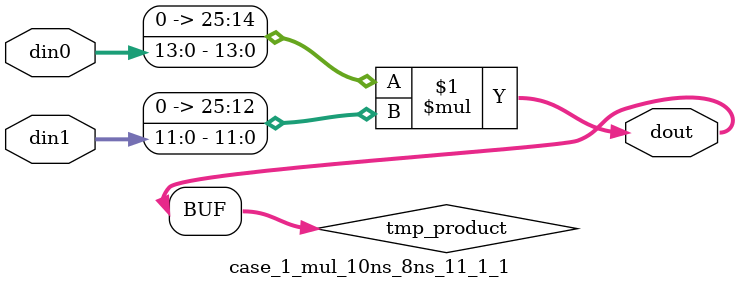
<source format=v>

`timescale 1 ns / 1 ps

 (* use_dsp = "no" *)  module case_1_mul_10ns_8ns_11_1_1(din0, din1, dout);
parameter ID = 1;
parameter NUM_STAGE = 0;
parameter din0_WIDTH = 14;
parameter din1_WIDTH = 12;
parameter dout_WIDTH = 26;

input [din0_WIDTH - 1 : 0] din0; 
input [din1_WIDTH - 1 : 0] din1; 
output [dout_WIDTH - 1 : 0] dout;

wire signed [dout_WIDTH - 1 : 0] tmp_product;
























assign tmp_product = $signed({1'b0, din0}) * $signed({1'b0, din1});











assign dout = tmp_product;





















endmodule

</source>
